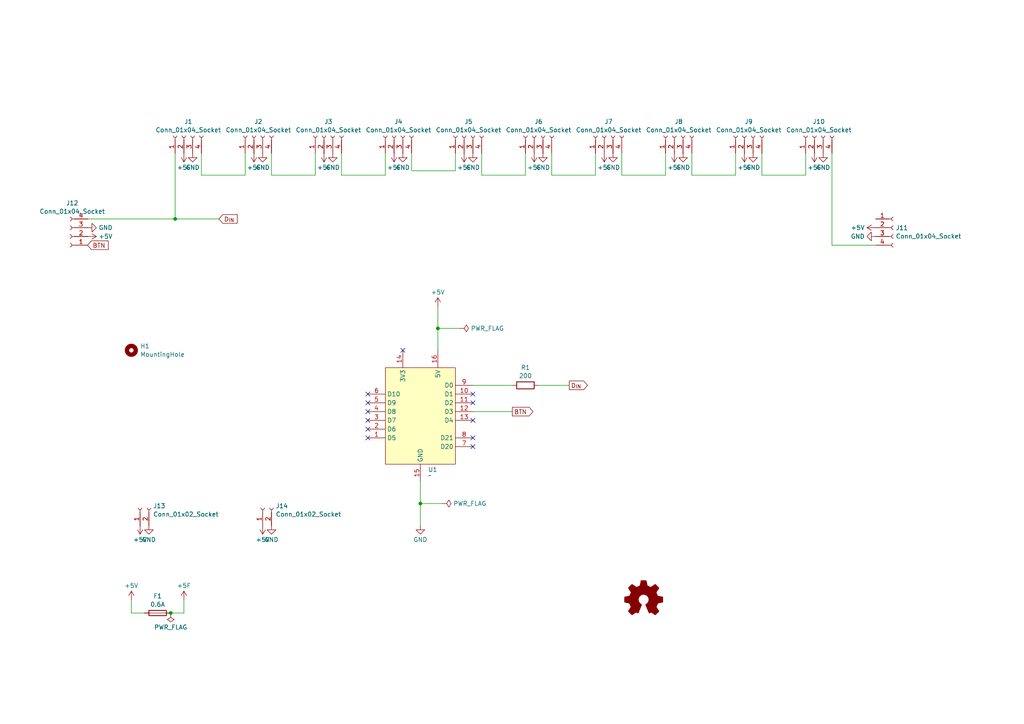
<source format=kicad_sch>
(kicad_sch (version 20231120) (generator "eeschema") (generator_version "8.0")
  (paper "A4")
  (lib_symbols
    (symbol "Connector:Conn_01x02_Socket" (pin_names (offset 1.016) hide)
      (property "Reference" "J" (at 0 2.54 0))
      (property "Value" "Conn_01x02_Socket" (at 0 -5.08 0))
      (symbol "Conn_01x02_Socket_1_1"
        (arc (start 0 -2.032) (mid -0.5058 -2.54) (end 0 -3.048) (stroke (width 0.1524)))
        (polyline (pts (xy -1.27 -2.54) (xy -0.508 -2.54)) (stroke (width 0.1524)))
        (polyline (pts (xy -1.27 0) (xy -0.508 0)) (stroke (width 0.1524)))
        (arc (start 0 0.508) (mid -0.5058 0) (end 0 -0.508) (stroke (width 0.1524)))
        (pin passive line (at -5.08 0 0) (length 3.81) (name "Pin_1") (number "1"))
        (pin passive line (at -5.08 -2.54 0) (length 3.81) (name "Pin_2") (number "2"))
      )
    )
    (symbol "Connector:Conn_01x04_Socket" (pin_names (offset 1.016) hide)
      (property "Reference" "J" (at 0 5.08 0))
      (property "Value" "Conn_01x04_Socket" (at 0 -7.62 0))
      (symbol "Conn_01x04_Socket_1_1"
        (arc (start 0 -4.572) (mid -0.5058 -5.08) (end 0 -5.588) (stroke (width 0.1524)))
        (arc (start 0 -2.032) (mid -0.5058 -2.54) (end 0 -3.048) (stroke (width 0.1524)))
        (polyline (pts (xy -1.27 -5.08) (xy -0.508 -5.08)) (stroke (width 0.1524)))
        (polyline (pts (xy -1.27 -2.54) (xy -0.508 -2.54)) (stroke (width 0.1524)))
        (polyline (pts (xy -1.27 0) (xy -0.508 0)) (stroke (width 0.1524)))
        (polyline (pts (xy -1.27 2.54) (xy -0.508 2.54)) (stroke (width 0.1524)))
        (arc (start 0 0.508) (mid -0.5058 0) (end 0 -0.508) (stroke (width 0.1524)))
        (arc (start 0 3.048) (mid -0.5058 2.54) (end 0 2.032) (stroke (width 0.1524)))
        (pin passive line (at -5.08 2.54 0) (length 3.81) (name "Pin_1") (number "1"))
        (pin passive line (at -5.08 0 0) (length 3.81) (name "Pin_2") (number "2"))
        (pin passive line (at -5.08 -2.54 0) (length 3.81) (name "Pin_3") (number "3"))
        (pin passive line (at -5.08 -5.08 0) (length 3.81) (name "Pin_4") (number "4"))
      )
    )
    (symbol "Device:Fuse" (pin_numbers hide) (pin_names (offset 0))
      (property "Reference" "F" (at 2.032 0 90))
      (property "Value" "Fuse" (at -1.905 0 90))
      (symbol "Fuse_0_1"
        (rectangle (start -0.762 -2.54) (end 0.762 2.54) (stroke (width 0.254)))
        (polyline (pts (xy 0 2.54) (xy 0 -2.54)))
      )
      (symbol "Fuse_1_1"
        (pin passive line (at 0 3.81 270) (length 1.27) (name "~") (number "1"))
        (pin passive line (at 0 -3.81 90) (length 1.27) (name "~") (number "2"))
      )
    )
    (symbol "Device:R" (pin_numbers hide) (pin_names (offset 0))
      (property "Reference" "R" (at 2.032 0 90))
      (property "Value" "R" (at 0 0 90))
      (symbol "R_0_1"
        (rectangle (start -1.016 -2.54) (end 1.016 2.54) (stroke (width 0.254)))
      )
      (symbol "R_1_1"
        (pin passive line (at 0 3.81 270) (length 1.27) (name "~") (number "1"))
        (pin passive line (at 0 -3.81 90) (length 1.27) (name "~") (number "2"))
      )
    )
    (symbol "Graphic:Logo_Open_Hardware_Small" (in_bom no) (on_board no)
      (symbol "Logo_Open_Hardware_Small_0_1"
        (polyline (pts (xy 3.3528 -4.3434) (xy 3.302 -4.318) (xy 3.175 -4.2418) (xy 2.9972 -4.1148) (xy 2.7686 -3.9624) (xy 2.54 -3.81) (xy 2.3622 -3.7084) (xy 2.2352 -3.6068) (xy 2.1844 -3.5814) (xy 2.159 -3.6068) (xy 2.0574 -3.6576) (xy 1.905 -3.7338) (xy 1.8034 -3.7846) (xy 1.6764 -3.8354) (xy 1.6002 -3.8354) (xy 1.6002 -3.8354) (xy 1.5494 -3.7338) (xy 1.4732 -3.5306) (xy 1.3462 -3.302) (xy 1.2446 -3.0226) (xy 1.1176 -2.7178) (xy 0.9652 -2.413) (xy 0.8636 -2.1082) (xy 0.7366 -1.8288) (xy 0.6604 -1.6256) (xy 0.6096 -1.4732) (xy 0.5842 -1.397) (xy 0.5842 -1.397) (xy 0.6604 -1.3208) (xy 0.7874 -1.2446) (xy 1.0414 -1.016) (xy 1.2954 -0.6858) (xy 1.4478 -0.3302) (xy 1.524 0.0762) (xy 1.4732 0.4572) (xy 1.3208 0.8128) (xy 1.0668 1.143) (xy 0.762 1.3716) (xy 0.4064 1.524) (xy 0 1.5748) (xy -0.381 1.5494) (xy -0.7366 1.397) (xy -1.0668 1.143) (xy -1.2192 0.9906) (xy -1.397 0.6604) (xy -1.524 0.3048) (xy -1.524 0.2286) (xy -1.4986 -0.1778) (xy -1.397 -0.5334) (xy -1.1938 -0.8636) (xy -0.9144 -1.143) (xy -0.8636 -1.1684) (xy -0.7366 -1.27) (xy -0.635 -1.3462) (xy -0.5842 -1.397) (xy -1.0668 -2.5908) (xy -1.143 -2.794) (xy -1.2954 -3.1242) (xy -1.397 -3.4036) (xy -1.4986 -3.6322) (xy -1.5748 -3.7846) (xy -1.6002 -3.8354) (xy -1.6002 -3.8354) (xy -1.651 -3.8354) (xy -1.7272 -3.81) (xy -1.905 -3.7338) (xy -2.0066 -3.683) (xy -2.1336 -3.6068) (xy -2.2098 -3.5814) (xy -2.2606 -3.6068) (xy -2.3622 -3.683) (xy -2.54 -3.81) (xy -2.7686 -3.9624) (xy -2.9718 -4.0894) (xy -3.1496 -4.2164) (xy -3.302 -4.318) (xy -3.3528 -4.3434) (xy -3.3782 -4.3434) (xy -3.429 -4.318) (xy -3.5306 -4.2164) (xy -3.7084 -4.064) (xy -3.937 -3.8354) (xy -3.9624 -3.81) (xy -4.1656 -3.6068) (xy -4.318 -3.4544) (xy -4.4196 -3.3274) (xy -4.445 -3.2766) (xy -4.445 -3.2766) (xy -4.4196 -3.2258) (xy -4.318 -3.0734) (xy -4.2164 -2.8956) (xy -4.064 -2.667) (xy -3.6576 -2.0828) (xy -3.8862 -1.5494) (xy -3.937 -1.3716) (xy -4.0386 -1.1684) (xy -4.0894 -1.0414) (xy -4.1148 -0.9652) (xy -4.191 -0.9398) (xy -4.318 -0.9144) (xy -4.5466 -0.8636) (xy -4.8006 -0.8128) (xy -5.0546 -0.7874) (xy -5.2578 -0.7366) (xy -5.4356 -0.7112) (xy -5.5118 -0.6858) (xy -5.5118 -0.6858) (xy -5.5372 -0.635) (xy -5.5372 -0.5588) (xy -5.5372 -0.4318) (xy -5.5626 -0.2286) (xy -5.5626 0.0762) (xy -5.5626 0.127) (xy -5.5372 0.4064) (xy -5.5372 0.635) (xy -5.5372 0.762) (xy -5.5372 0.8382) (xy -5.5372 0.8382) (xy -5.461 0.8382) (xy -5.3086 0.889) (xy -5.08 0.9144) (xy -4.826 0.9652) (xy -4.8006 0.9906) (xy -4.5466 1.0414) (xy -4.318 1.0668) (xy -4.1656 1.1176) (xy -4.0894 1.143) (xy -4.0894 1.143) (xy -4.0386 1.2446) (xy -3.9624 1.4224) (xy -3.8608 1.6256) (xy -3.7846 1.8288) (xy -3.7084 2.0066) (xy -3.6576 2.159) (xy -3.6322 2.2098) (xy -3.6322 2.2098) (xy -3.683 2.286) (xy -3.7592 2.413) (xy -3.8862 2.5908) (xy -4.064 2.8194) (xy -4.064 2.8448) (xy -4.2164 3.0734) (xy -4.3434 3.2512) (xy -4.4196 3.3782) (xy -4.445 3.4544) (xy -4.445 3.4544) (xy -4.3942 3.5052) (xy -4.2926 3.6322) (xy -4.1148 3.81) (xy -3.937 4.0132) (xy -3.8608 4.064) (xy -3.6576 4.2926) (xy -3.5052 4.4196) (xy -3.4036 4.4958) (xy -3.3528 4.5212) (xy -3.3528 4.5212) (xy -3.302 4.4704) (xy -3.1496 4.3688) (xy -2.9718 4.2418) (xy -2.7432 4.0894) (xy -2.7178 4.0894) (xy -2.4892 3.937) (xy -2.3114 3.81) (xy -2.1844 3.7084) (xy -2.1336 3.683) (xy -2.1082 3.683) (xy -2.032 3.7084) (xy -1.8542 3.7592) (xy -1.6764 3.8354) (xy -1.4732 3.937) (xy -1.27 4.0132) (xy -1.143 4.064) (xy -1.0668 4.1148) (xy -1.0668 4.1148) (xy -1.0414 4.191) (xy -1.016 4.3434) (xy -0.9652 4.572) (xy -0.9144 4.8514) (xy -0.889 4.9022) (xy -0.8382 5.1562) (xy -0.8128 5.3848) (xy -0.7874 5.5372) (xy -0.762 5.588) (xy -0.7112 5.6134) (xy -0.5842 5.6134) (xy -0.4064 5.6134) (xy -0.1524 5.6134) (xy 0.0762 5.6134) (xy 0.3302 5.6134) (xy 0.5334 5.6134) (xy 0.6858 5.588) (xy 0.7366 5.588) (xy 0.7366 5.588) (xy 0.762 5.5118) (xy 0.8128 5.334) (xy 0.8382 5.1054) (xy 0.9144 4.826) (xy 0.9144 4.7752) (xy 0.9652 4.5212) (xy 1.016 4.2926) (xy 1.0414 4.1402) (xy 1.0668 4.0894) (xy 1.0668 4.0894) (xy 1.1938 4.0386) (xy 1.3716 3.9624) (xy 1.5748 3.8608) (xy 2.0828 3.6576) (xy 2.7178 4.0894) (xy 2.7686 4.1402) (xy 2.9972 4.2926) (xy 3.175 4.4196) (xy 3.302 4.4958) (xy 3.3782 4.5212) (xy 3.3782 4.5212) (xy 3.429 4.4704) (xy 3.556 4.3434) (xy 3.7338 4.191) (xy 3.9116 3.9878) (xy 4.064 3.8354) (xy 4.2418 3.6576) (xy 4.3434 3.556) (xy 4.4196 3.4798) (xy 4.4196 3.429) (xy 4.4196 3.4036) (xy 4.3942 3.3274) (xy 4.2926 3.2004) (xy 4.1656 2.9972) (xy 4.0132 2.794) (xy 3.8862 2.5908) (xy 3.7592 2.3876) (xy 3.6576 2.2352) (xy 3.6322 2.159) (xy 3.6322 2.1336) (xy 3.683 2.0066) (xy 3.7592 1.8288) (xy 3.8608 1.6002) (xy 4.064 1.1176) (xy 4.3942 1.0414) (xy 4.5974 1.016) (xy 4.8768 0.9652) (xy 5.1308 0.9144) (xy 5.5372 0.8382) (xy 5.5626 -0.6604) (xy 5.4864 -0.6858) (xy 5.4356 -0.6858) (xy 5.2832 -0.7366) (xy 5.0546 -0.762) (xy 4.8006 -0.8128) (xy 4.5974 -0.8636) (xy 4.3688 -0.9144) (xy 4.2164 -0.9398) (xy 4.1402 -0.9398) (xy 4.1148 -0.9652) (xy 4.064 -1.0668) (xy 3.9878 -1.2446) (xy 3.9116 -1.4478) (xy 3.81 -1.651) (xy 3.7338 -1.8542) (xy 3.683 -2.0066) (xy 3.6576 -2.0828) (xy 3.683 -2.1336) (xy 3.7846 -2.2606) (xy 3.8862 -2.4638) (xy 4.0386 -2.667) (xy 4.191 -2.8956) (xy 4.318 -3.0734) (xy 4.3942 -3.2004) (xy 4.445 -3.2766) (xy 4.4196 -3.3274) (xy 4.3434 -3.429) (xy 4.1656 -3.5814) (xy 3.937 -3.8354) (xy 3.8862 -3.8608) (xy 3.683 -4.064) (xy 3.5306 -4.2164) (xy 3.4036 -4.318) (xy 3.3528 -4.3434)) (fill (type outline)))
      )
    )
    (symbol "Mechanical:MountingHole" (pin_names (offset 1.016)) (exclude_from_sim yes) (in_bom no)
      (property "Reference" "H" (at 0 5.08 0))
      (property "Value" "MountingHole" (at 0 3.175 0))
      (symbol "MountingHole_0_1"
        (circle (center 0 0) (radius 1.27) (stroke (width 1.27)))
      )
    )
    (symbol "ledpcb:ESP32C3"
      (property "Reference" "U" (at -1.27 -1.27 0))
      (symbol "ESP32C3_1_1"
        (rectangle (start 0 27.94) (end 20.32 0) (fill (type background)))
        (pin bidirectional line (at -5.08 7.62 0) (length 5.08) (name "D5") (number "1"))
        (pin bidirectional line (at 25.4 20.32 180) (length 5.08) (name "D1") (number "10"))
        (pin bidirectional line (at 25.4 17.78 180) (length 5.08) (name "D2") (number "11"))
        (pin bidirectional line (at 25.4 15.24 180) (length 5.08) (name "D3") (number "12"))
        (pin bidirectional line (at 25.4 12.7 180) (length 5.08) (name "D4") (number "13"))
        (pin bidirectional line (at 5.08 33.02 270) (length 5.08) (name "3V3") (number "14"))
        (pin bidirectional line (at 10.16 -5.08 90) (length 5.08) (name "GND") (number "15"))
        (pin bidirectional line (at 15.24 33.02 270) (length 5.08) (name "5V") (number "16"))
        (pin bidirectional line (at -5.08 10.16 0) (length 5.08) (name "D6") (number "2"))
        (pin bidirectional line (at -5.08 12.7 0) (length 5.08) (name "D7") (number "3"))
        (pin bidirectional line (at -5.08 15.24 0) (length 5.08) (name "D8") (number "4"))
        (pin bidirectional line (at -5.08 17.78 0) (length 5.08) (name "D9") (number "5"))
        (pin bidirectional line (at -5.08 20.32 0) (length 5.08) (name "D10") (number "6"))
        (pin bidirectional line (at 25.4 5.08 180) (length 5.08) (name "D20") (number "7"))
        (pin bidirectional line (at 25.4 7.62 180) (length 5.08) (name "D21") (number "8"))
        (pin bidirectional line (at 25.4 22.86 180) (length 5.08) (name "D0") (number "9"))
      )
    )
    (symbol "power:+5F" (power) (pin_numbers hide) (pin_names (offset 0) hide)
      (property "Value" "+5F" (at 0 3.556 0))
      (symbol "+5F_0_1"
        (polyline (pts (xy -0.762 1.27) (xy 0 2.54)))
        (polyline (pts (xy 0 0) (xy 0 2.54)))
        (polyline (pts (xy 0 2.54) (xy 0.762 1.27)))
      )
      (symbol "+5F_1_1"
        (pin power_in line (at 0 0 90) (length 0) (name "~") (number "1"))
      )
    )
    (symbol "power:+5V" (power) (pin_numbers hide) (pin_names (offset 0) hide)
      (property "Value" "+5V" (at 0 3.556 0))
      (symbol "+5V_0_1"
        (polyline (pts (xy -0.762 1.27) (xy 0 2.54)))
        (polyline (pts (xy 0 0) (xy 0 2.54)))
        (polyline (pts (xy 0 2.54) (xy 0.762 1.27)))
      )
      (symbol "+5V_1_1"
        (pin power_in line (at 0 0 90) (length 0) (name "~") (number "1"))
      )
    )
    (symbol "power:GND" (power) (pin_numbers hide) (pin_names (offset 0) hide)
      (property "Value" "GND" (at 0 -3.81 0))
      (symbol "GND_0_1"
        (polyline (pts (xy 0 0) (xy 0 -1.27) (xy 1.27 -1.27) (xy 0 -2.54) (xy -1.27 -1.27) (xy 0 -1.27)))
      )
      (symbol "GND_1_1"
        (pin power_in line (at 0 0 270) (length 0) (name "~") (number "1"))
      )
    )
    (symbol "power:PWR_FLAG" (power) (pin_numbers hide) (pin_names (offset 0) hide)
      (property "Value" "PWR_FLAG" (at 0 3.81 0))
      (symbol "PWR_FLAG_0_0"
        (pin power_out line (at 0 0 90) (length 0) (name "~") (number "1"))
      )
      (symbol "PWR_FLAG_0_1"
        (polyline (pts (xy 0 0) (xy 0 1.27) (xy -1.016 1.905) (xy 0 2.54) (xy 1.016 1.905) (xy 0 1.27)))
      )
    )
  )
  (junction (at 127 95.25))
  (junction (at 49.53 177.8))
  (junction (at 121.92 146.05))
  (junction (at 50.8 63.5))
  (no_connect (at 106.68 116.84))
  (no_connect (at 116.84 101.6))
  (no_connect (at 137.16 121.92))
  (no_connect (at 106.68 119.38))
  (no_connect (at 106.68 121.92))
  (no_connect (at 137.16 116.84))
  (no_connect (at 137.16 114.3))
  (no_connect (at 106.68 114.3))
  (no_connect (at 106.68 127))
  (no_connect (at 106.68 124.46))
  (no_connect (at 137.16 129.54))
  (no_connect (at 137.16 127))
  (wire (pts (xy 53.34 177.8) (xy 49.53 177.8)))
  (wire (pts (xy 58.42 44.45) (xy 58.42 50.8)))
  (wire (pts (xy 38.1 177.8) (xy 41.91 177.8)))
  (wire (pts (xy 121.92 146.05) (xy 128.27 146.05)))
  (wire (pts (xy 200.66 44.45) (xy 200.66 50.8)))
  (wire (pts (xy 180.34 44.45) (xy 180.34 50.8)))
  (wire (pts (xy 111.76 50.8) (xy 111.76 44.45)))
  (wire (pts (xy 172.72 50.8) (xy 172.72 44.45)))
  (wire (pts (xy 127 95.25) (xy 133.35 95.25)))
  (wire (pts (xy 127 95.25) (xy 127 101.6)))
  (wire (pts (xy 241.3 44.45) (xy 241.3 71.12)))
  (wire (pts (xy 160.02 50.8) (xy 172.72 50.8)))
  (wire (pts (xy 50.8 63.5) (xy 63.5 63.5)))
  (wire (pts (xy 220.98 44.45) (xy 220.98 50.8)))
  (wire (pts (xy 38.1 173.99) (xy 38.1 177.8)))
  (wire (pts (xy 78.74 44.45) (xy 78.74 50.8)))
  (wire (pts (xy 127 88.9) (xy 127 95.25)))
  (wire (pts (xy 78.74 50.8) (xy 91.44 50.8)))
  (wire (pts (xy 71.12 50.8) (xy 71.12 44.45)))
  (wire (pts (xy 58.42 50.8) (xy 71.12 50.8)))
  (wire (pts (xy 241.3 71.12) (xy 254 71.12)))
  (wire (pts (xy 50.8 44.45) (xy 50.8 63.5)))
  (wire (pts (xy 213.36 50.8) (xy 213.36 44.45)))
  (wire (pts (xy 233.68 50.8) (xy 233.68 44.45)))
  (wire (pts (xy 99.06 44.45) (xy 99.06 50.8)))
  (wire (pts (xy 25.4 63.5) (xy 50.8 63.5)))
  (wire (pts (xy 152.4 50.8) (xy 152.4 44.45)))
  (wire (pts (xy 139.7 44.45) (xy 139.7 50.8)))
  (wire (pts (xy 91.44 50.8) (xy 91.44 44.45)))
  (wire (pts (xy 137.16 119.38) (xy 148.59 119.38)))
  (wire (pts (xy 160.02 44.45) (xy 160.02 50.8)))
  (wire (pts (xy 139.7 50.8) (xy 152.4 50.8)))
  (wire (pts (xy 53.34 173.99) (xy 53.34 177.8)))
  (wire (pts (xy 121.92 139.7) (xy 121.92 146.05)))
  (wire (pts (xy 119.38 44.45) (xy 119.38 49.53)))
  (wire (pts (xy 119.38 49.53) (xy 132.08 49.53)))
  (wire (pts (xy 156.21 111.76) (xy 165.1 111.76)))
  (wire (pts (xy 121.92 146.05) (xy 121.92 152.4)))
  (wire (pts (xy 137.16 111.76) (xy 148.59 111.76)))
  (wire (pts (xy 200.66 50.8) (xy 213.36 50.8)))
  (wire (pts (xy 99.06 50.8) (xy 111.76 50.8)))
  (wire (pts (xy 132.08 49.53) (xy 132.08 44.45)))
  (wire (pts (xy 220.98 50.8) (xy 233.68 50.8)))
  (wire (pts (xy 180.34 50.8) (xy 193.04 50.8)))
  (wire (pts (xy 193.04 50.8) (xy 193.04 44.45)))
  (global_label "BTN" (shape input) (at 25.4 71.12 0) (property "Intersheetrefs" "${INTERSHEET_REFS}" (effects (hide yes))))
  (global_label "D_{IN}" (shape output) (at 165.1 111.76 0) (property "Intersheetrefs" "${INTERSHEET_REFS}" (effects (hide yes))))
  (global_label "BTN" (shape output) (at 148.59 119.38 0) (property "Intersheetrefs" "${INTERSHEET_REFS}" (effects (hide yes))))
  (global_label "D_{IN}" (shape input) (at 63.5 63.5 0) (property "Intersheetrefs" "${INTERSHEET_REFS}" (effects (hide yes))))
  (symbol (lib_id "power:+5V") (at 25.4 68.58 270) (unit 1)
    (property "Reference" "#PWR013" (effects (hide yes)))
    (property "Value" "+5V" (at 28.575 68.58 90) (effects (justify left)))
    (property "Description" "Power symbol creates a global label with name \"+5V\"" (effects (hide yes)))
  )
  (symbol (lib_id "power:GND") (at 25.4 66.04 90) (unit 1)
    (property "Reference" "#PWR012" (effects (hide yes)))
    (property "Value" "GND" (at 28.575 66.04 90) (effects (justify right)))
    (property "Description" "Power symbol creates a global label with name \"GND\" , ground" (effects (hide yes)))
  )
  (symbol (lib_id "power:PWR_FLAG") (at 49.53 177.8 180) (unit 1)
    (property "Reference" "#FLG01" (effects (hide yes)))
    (property "Value" "PWR_FLAG" (at 49.53 181.9331 0))
    (property "Description" "Special symbol for telling ERC where power comes from" (effects (hide yes)))
  )
  (symbol (lib_id "power:GND") (at 76.2 44.45 0) (unit 1)
    (property "Reference" "#PWR02" (effects (hide yes)))
    (property "Value" "GND" (at 76.2 48.5831 0))
    (property "Description" "Power symbol creates a global label with name \"GND\" , ground" (effects (hide yes)))
  )
  (symbol (lib_id "power:+5F") (at 53.34 173.99 0) (unit 1)
    (property "Reference" "#PWR025" (effects (hide yes)))
    (property "Value" "+5F" (at 53.34 169.8569 0))
    (property "Description" "Power symbol creates a global label with name \"+5F\"" (effects (hide yes)))
  )
  (symbol (lib_id "Connector:Conn_01x04_Socket") (at 259.08 66.04 0) (unit 1)
    (property "Reference" "J11" (at 259.7912 66.0978 0) (effects (justify left)))
    (property "Value" "Conn_01x04_Socket" (at 259.7912 68.5221 0) (effects (justify left)))
    (property "Footprint" "Connector_JST:JST_ZH_B4B-ZR_1x04_P1.50mm_Vertical" (effects (hide yes)))
    (property "Datasheet" "C22362446" (effects (hide yes)))
    (property "Description" "Generic connector, single row, 01x04, script generated" (effects (hide yes)))
  )
  (symbol (lib_id "power:GND") (at 96.52 44.45 0) (unit 1)
    (property "Reference" "#PWR03" (effects (hide yes)))
    (property "Value" "GND" (at 96.52 48.5831 0))
    (property "Description" "Power symbol creates a global label with name \"GND\" , ground" (effects (hide yes)))
  )
  (symbol (lib_id "Connector:Conn_01x02_Socket") (at 40.64 147.32 90) (unit 1)
    (property "Reference" "J13" (at 44.3992 146.7428 90) (effects (justify right)))
    (property "Value" "Conn_01x02_Socket" (at 44.3992 149.1671 90) (effects (justify right)))
    (property "Footprint" "Connector_JST:JST_ZH_B2B-ZR_1x02_P1.50mm_Vertical" (effects (hide yes)))
    (property "Datasheet" "C22362444" (effects (hide yes)))
    (property "Description" "Generic connector, single row, 01x02, script generated" (effects (hide yes)))
  )
  (symbol (lib_id "power:+5F") (at 215.9 44.45 180) (unit 1)
    (property "Reference" "#PWR022" (effects (hide yes)))
    (property "Value" "+5F" (at 215.9 48.5831 0))
    (property "Description" "Power symbol creates a global label with name \"+5F\"" (effects (hide yes)))
  )
  (symbol (lib_id "power:+5V") (at 38.1 173.99 0) (unit 1)
    (property "Reference" "#PWR026" (effects (hide yes)))
    (property "Value" "+5V" (at 38.1 169.8569 0))
    (property "Description" "Power symbol creates a global label with name \"+5V\"" (effects (hide yes)))
  )
  (symbol (lib_id "ledpcb:ESP32C3") (at 111.76 134.62 0) (unit 1)
    (property "Reference" "U1" (at 124.1141 136.2131 0) (effects (justify left)))
    (property "Value" "~" (at 124.1141 137.8945 0) (effects (justify left)))
    (property "Footprint" "ledbcp:ESP32C3" (effects (hide yes)))
  )
  (symbol (lib_id "power:+5F") (at 53.34 44.45 180) (unit 1)
    (property "Reference" "#PWR014" (effects (hide yes)))
    (property "Value" "+5F" (at 53.34 48.5831 0))
    (property "Description" "Power symbol creates a global label with name \"+5F\"" (effects (hide yes)))
  )
  (symbol (lib_id "Connector:Conn_01x02_Socket") (at 76.2 147.32 90) (unit 1)
    (property "Reference" "J14" (at 79.9592 146.7428 90) (effects (justify right)))
    (property "Value" "Conn_01x02_Socket" (at 79.9592 149.1671 90) (effects (justify right)))
    (property "Footprint" "Connector_JST:JST_ZH_B2B-ZR_1x02_P1.50mm_Vertical" (effects (hide yes)))
    (property "Datasheet" "C22362444" (effects (hide yes)))
    (property "Description" "Generic connector, single row, 01x02, script generated" (effects (hide yes)))
  )
  (symbol (lib_id "Connector:Conn_01x04_Socket") (at 154.94 39.37 90) (unit 1)
    (property "Reference" "J6" (at 156.21 35.2763 90))
    (property "Value" "Conn_01x04_Socket" (at 156.21 37.7006 90))
    (property "Footprint" "Connector_JST:JST_ZH_B4B-ZR_1x04_P1.50mm_Vertical" (effects (hide yes)))
    (property "Datasheet" "C22362446" (effects (hide yes)))
    (property "Description" "Generic connector, single row, 01x04, script generated" (effects (hide yes)))
  )
  (symbol (lib_id "power:+5V") (at 40.64 152.4 180) (unit 1)
    (property "Reference" "#PWR029" (effects (hide yes)))
    (property "Value" "+5V" (at 40.64 156.5331 0))
    (property "Description" "Power symbol creates a global label with name \"+5V\"" (effects (hide yes)))
  )
  (symbol (lib_id "Connector:Conn_01x04_Socket") (at 93.98 39.37 90) (unit 1)
    (property "Reference" "J3" (at 95.25 35.2763 90))
    (property "Value" "Conn_01x04_Socket" (at 95.25 37.7006 90))
    (property "Footprint" "Connector_JST:JST_ZH_B4B-ZR_1x04_P1.50mm_Vertical" (effects (hide yes)))
    (property "Datasheet" "C22362446" (effects (hide yes)))
    (property "Description" "Generic connector, single row, 01x04, script generated" (effects (hide yes)))
  )
  (symbol (lib_id "power:+5F") (at 93.98 44.45 180) (unit 1)
    (property "Reference" "#PWR016" (effects (hide yes)))
    (property "Value" "+5F" (at 93.98 48.5831 0))
    (property "Description" "Power symbol creates a global label with name \"+5F\"" (effects (hide yes)))
  )
  (symbol (lib_id "Device:R") (at 152.4 111.76 90) (unit 1)
    (property "Reference" "R1" (at 152.4 106.5995 90))
    (property "Value" "200" (at 152.4 109.0238 90))
    (property "Footprint" "Resistor_SMD:R_0603_1608Metric" (effects (hide yes)))
    (property "Description" "Resistor" (effects (hide yes)))
    (property "LCSC" "C186377" (effects (hide yes)))
  )
  (symbol (lib_id "power:+5F") (at 175.26 44.45 180) (unit 1)
    (property "Reference" "#PWR020" (effects (hide yes)))
    (property "Value" "+5F" (at 175.26 48.5831 0))
    (property "Description" "Power symbol creates a global label with name \"+5F\"" (effects (hide yes)))
  )
  (symbol (lib_id "power:GND") (at 157.48 44.45 0) (unit 1)
    (property "Reference" "#PWR06" (effects (hide yes)))
    (property "Value" "GND" (at 157.48 48.5831 0))
    (property "Description" "Power symbol creates a global label with name \"GND\" , ground" (effects (hide yes)))
  )
  (symbol (lib_id "power:GND") (at 121.92 152.4 0) (unit 1)
    (property "Reference" "#PWR028" (effects (hide yes)))
    (property "Value" "GND" (at 121.92 156.5331 0))
    (property "Description" "Power symbol creates a global label with name \"GND\" , ground" (effects (hide yes)))
  )
  (symbol (lib_id "Connector:Conn_01x04_Socket") (at 175.26 39.37 90) (unit 1)
    (property "Reference" "J7" (at 176.53 35.2763 90))
    (property "Value" "Conn_01x04_Socket" (at 176.53 37.7006 90))
    (property "Footprint" "Connector_JST:JST_ZH_B4B-ZR_1x04_P1.50mm_Vertical" (effects (hide yes)))
    (property "Datasheet" "C22362446" (effects (hide yes)))
    (property "Description" "Generic connector, single row, 01x04, script generated" (effects (hide yes)))
  )
  (symbol (lib_id "Connector:Conn_01x04_Socket") (at 195.58 39.37 90) (unit 1)
    (property "Reference" "J8" (at 196.85 35.2763 90))
    (property "Value" "Conn_01x04_Socket" (at 196.85 37.7006 90))
    (property "Footprint" "Connector_JST:JST_ZH_B4B-ZR_1x04_P1.50mm_Vertical" (effects (hide yes)))
    (property "Datasheet" "C22362446" (effects (hide yes)))
    (property "Description" "Generic connector, single row, 01x04, script generated" (effects (hide yes)))
  )
  (symbol (lib_id "power:GND") (at 43.18 152.4 0) (unit 1)
    (property "Reference" "#PWR030" (effects (hide yes)))
    (property "Value" "GND" (at 43.18 156.5331 0))
    (property "Description" "Power symbol creates a global label with name \"GND\" , ground" (effects (hide yes)))
  )
  (symbol (lib_id "power:+5F") (at 154.94 44.45 180) (unit 1)
    (property "Reference" "#PWR019" (effects (hide yes)))
    (property "Value" "+5F" (at 154.94 48.5831 0))
    (property "Description" "Power symbol creates a global label with name \"+5F\"" (effects (hide yes)))
  )
  (symbol (lib_id "power:+5V") (at 127 88.9 0) (unit 1)
    (property "Reference" "#PWR027" (effects (hide yes)))
    (property "Value" "+5V" (at 127 84.7669 0))
    (property "Description" "Power symbol creates a global label with name \"+5V\"" (effects (hide yes)))
  )
  (symbol (lib_id "Connector:Conn_01x04_Socket") (at 114.3 39.37 90) (unit 1)
    (property "Reference" "J4" (at 115.57 35.2763 90))
    (property "Value" "Conn_01x04_Socket" (at 115.57 37.7006 90))
    (property "Footprint" "Connector_JST:JST_ZH_B4B-ZR_1x04_P1.50mm_Vertical" (effects (hide yes)))
    (property "Datasheet" "C22362446" (effects (hide yes)))
    (property "Description" "Generic connector, single row, 01x04, script generated" (effects (hide yes)))
  )
  (symbol (lib_id "power:+5V") (at 76.2 152.4 180) (unit 1)
    (property "Reference" "#PWR031" (effects (hide yes)))
    (property "Value" "+5V" (at 76.2 156.5331 0))
    (property "Description" "Power symbol creates a global label with name \"+5V\"" (effects (hide yes)))
  )
  (symbol (lib_id "power:+5F") (at 73.66 44.45 180) (unit 1)
    (property "Reference" "#PWR015" (effects (hide yes)))
    (property "Value" "+5F" (at 73.66 48.5831 0))
    (property "Description" "Power symbol creates a global label with name \"+5F\"" (effects (hide yes)))
  )
  (symbol (lib_id "power:GND") (at 198.12 44.45 0) (unit 1)
    (property "Reference" "#PWR08" (effects (hide yes)))
    (property "Value" "GND" (at 198.12 48.5831 0))
    (property "Description" "Power symbol creates a global label with name \"GND\" , ground" (effects (hide yes)))
  )
  (symbol (lib_id "power:+5F") (at 114.3 44.45 180) (unit 1)
    (property "Reference" "#PWR017" (effects (hide yes)))
    (property "Value" "+5F" (at 114.3 48.5831 0))
    (property "Description" "Power symbol creates a global label with name \"+5F\"" (effects (hide yes)))
  )
  (symbol (lib_id "power:GND") (at 116.84 44.45 0) (unit 1)
    (property "Reference" "#PWR04" (effects (hide yes)))
    (property "Value" "GND" (at 116.84 48.5831 0))
    (property "Description" "Power symbol creates a global label with name \"GND\" , ground" (effects (hide yes)))
  )
  (symbol (lib_id "Connector:Conn_01x04_Socket") (at 53.34 39.37 90) (unit 1)
    (property "Reference" "J1" (at 54.61 35.2763 90))
    (property "Value" "Conn_01x04_Socket" (at 54.61 37.7006 90))
    (property "Footprint" "Connector_JST:JST_ZH_B4B-ZR_1x04_P1.50mm_Vertical" (effects (hide yes)))
    (property "Datasheet" "C22362446" (effects (hide yes)))
    (property "Description" "Generic connector, single row, 01x04, script generated" (effects (hide yes)))
  )
  (symbol (lib_id "power:+5F") (at 195.58 44.45 180) (unit 1)
    (property "Reference" "#PWR021" (effects (hide yes)))
    (property "Value" "+5F" (at 195.58 48.5831 0))
    (property "Description" "Power symbol creates a global label with name \"+5F\"" (effects (hide yes)))
  )
  (symbol (lib_id "Device:Fuse") (at 45.72 177.8 90) (unit 1)
    (property "Reference" "F1" (at 45.72 172.8935 90))
    (property "Value" "0.6A" (at 45.72 175.3178 90))
    (property "Footprint" "Fuse:Fuse_1206_3216Metric" (effects (hide yes)))
    (property "Description" "Fuse" (effects (hide yes)))
    (property "LCSC" "C187594" (effects (hide yes)))
  )
  (symbol (lib_id "Connector:Conn_01x04_Socket") (at 73.66 39.37 90) (unit 1)
    (property "Reference" "J2" (at 74.93 35.2763 90))
    (property "Value" "Conn_01x04_Socket" (at 74.93 37.7006 90))
    (property "Footprint" "Connector_JST:JST_ZH_B4B-ZR_1x04_P1.50mm_Vertical" (effects (hide yes)))
    (property "Datasheet" "C22362446" (effects (hide yes)))
    (property "Description" "Generic connector, single row, 01x04, script generated" (effects (hide yes)))
  )
  (symbol (lib_id "power:+5F") (at 236.22 44.45 180) (unit 1)
    (property "Reference" "#PWR023" (effects (hide yes)))
    (property "Value" "+5F" (at 236.22 48.5831 0))
    (property "Description" "Power symbol creates a global label with name \"+5F\"" (effects (hide yes)))
  )
  (symbol (lib_id "power:GND") (at 254 68.58 270) (unit 1)
    (property "Reference" "#PWR011" (effects (hide yes)))
    (property "Value" "GND" (at 250.8251 68.58 90) (effects (justify right)))
    (property "Description" "Power symbol creates a global label with name \"GND\" , ground" (effects (hide yes)))
  )
  (symbol (lib_id "power:PWR_FLAG") (at 133.35 95.25 270) (unit 1)
    (property "Reference" "#FLG02" (effects (hide yes)))
    (property "Value" "PWR_FLAG" (at 136.525 95.25 90) (effects (justify left)))
    (property "Description" "Special symbol for telling ERC where power comes from" (effects (hide yes)))
  )
  (symbol (lib_id "Mechanical:MountingHole") (at 38.1 101.6 0) (unit 1) (exclude_from_sim yes) (in_bom no)
    (property "Reference" "H1" (at 40.64 100.3878 0) (effects (justify left)))
    (property "Value" "MountingHole" (at 40.64 102.8121 0) (effects (justify left)))
    (property "Footprint" "MountingHole:MountingHole_3.2mm_M3" (effects (hide yes)))
    (property "Description" "Mounting Hole without connection" (effects (hide yes)))
  )
  (symbol (lib_id "power:GND") (at 177.8 44.45 0) (unit 1)
    (property "Reference" "#PWR07" (effects (hide yes)))
    (property "Value" "GND" (at 177.8 48.5831 0))
    (property "Description" "Power symbol creates a global label with name \"GND\" , ground" (effects (hide yes)))
  )
  (symbol (lib_id "Connector:Conn_01x04_Socket") (at 134.62 39.37 90) (unit 1)
    (property "Reference" "J5" (at 135.89 35.2763 90))
    (property "Value" "Conn_01x04_Socket" (at 135.89 37.7006 90))
    (property "Footprint" "Connector_JST:JST_ZH_B4B-ZR_1x04_P1.50mm_Vertical" (effects (hide yes)))
    (property "Datasheet" "C22362446" (effects (hide yes)))
    (property "Description" "Generic connector, single row, 01x04, script generated" (effects (hide yes)))
  )
  (symbol (lib_id "power:PWR_FLAG") (at 128.27 146.05 270) (unit 1)
    (property "Reference" "#FLG03" (effects (hide yes)))
    (property "Value" "PWR_FLAG" (at 131.445 146.05 90) (effects (justify left)))
    (property "Description" "Special symbol for telling ERC where power comes from" (effects (hide yes)))
  )
  (symbol (lib_id "power:GND") (at 238.76 44.45 0) (unit 1)
    (property "Reference" "#PWR010" (effects (hide yes)))
    (property "Value" "GND" (at 238.76 48.5831 0))
    (property "Description" "Power symbol creates a global label with name \"GND\" , ground" (effects (hide yes)))
  )
  (symbol (lib_id "Connector:Conn_01x04_Socket") (at 236.22 39.37 90) (unit 1)
    (property "Reference" "J10" (at 237.49 35.2763 90))
    (property "Value" "Conn_01x04_Socket" (at 237.49 37.7006 90))
    (property "Footprint" "Connector_JST:JST_ZH_B4B-ZR_1x04_P1.50mm_Vertical" (effects (hide yes)))
    (property "Datasheet" "C22362446" (effects (hide yes)))
    (property "Description" "Generic connector, single row, 01x04, script generated" (effects (hide yes)))
  )
  (symbol (lib_id "power:+5V") (at 254 66.04 90) (unit 1)
    (property "Reference" "#PWR024" (effects (hide yes)))
    (property "Value" "+5V" (at 250.8251 66.04 90) (effects (justify left)))
    (property "Description" "Power symbol creates a global label with name \"+5V\"" (effects (hide yes)))
  )
  (symbol (lib_id "Connector:Conn_01x04_Socket") (at 20.32 68.58 180) (unit 1)
    (property "Reference" "J12" (at 20.955 58.8983 0))
    (property "Value" "Conn_01x04_Socket" (at 20.955 61.3226 0))
    (property "Footprint" "Connector_JST:JST_ZH_B4B-ZR_1x04_P1.50mm_Vertical" (effects (hide yes)))
    (property "Datasheet" "C22362446" (effects (hide yes)))
    (property "Description" "Generic connector, single row, 01x04, script generated" (effects (hide yes)))
    (property "LCSC" "C22362446" (effects (hide yes)))
  )
  (symbol (lib_id "power:GND") (at 78.74 152.4 0) (unit 1)
    (property "Reference" "#PWR032" (effects (hide yes)))
    (property "Value" "GND" (at 78.74 156.5331 0))
    (property "Description" "Power symbol creates a global label with name \"GND\" , ground" (effects (hide yes)))
  )
  (symbol (lib_id "Graphic:Logo_Open_Hardware_Small") (at 186.69 173.99 0) (unit 1) (exclude_from_sim yes) (in_bom no)
    (property "Reference" "#SYM1" (effects (hide yes)))
    (property "Value" "Logo_Open_Hardware_Small" (effects (hide yes)))
    (property "Footprint" "Symbol:OSHW-Logo2_7.3x6mm_SilkScreen" (effects (hide yes)))
    (property "Description" "Open Hardware logo, small" (effects (hide yes)))
  )
  (symbol (lib_id "power:GND") (at 137.16 44.45 0) (unit 1)
    (property "Reference" "#PWR05" (effects (hide yes)))
    (property "Value" "GND" (at 137.16 48.5831 0))
    (property "Description" "Power symbol creates a global label with name \"GND\" , ground" (effects (hide yes)))
  )
  (symbol (lib_id "power:+5F") (at 134.62 44.45 180) (unit 1)
    (property "Reference" "#PWR018" (effects (hide yes)))
    (property "Value" "+5F" (at 134.62 48.5831 0))
    (property "Description" "Power symbol creates a global label with name \"+5F\"" (effects (hide yes)))
  )
  (symbol (lib_id "power:GND") (at 55.88 44.45 0) (unit 1)
    (property "Reference" "#PWR01" (effects (hide yes)))
    (property "Value" "GND" (at 55.88 48.5831 0))
    (property "Description" "Power symbol creates a global label with name \"GND\" , ground" (effects (hide yes)))
  )
  (symbol (lib_id "power:GND") (at 218.44 44.45 0) (unit 1)
    (property "Reference" "#PWR09" (effects (hide yes)))
    (property "Value" "GND" (at 218.44 48.5831 0))
    (property "Description" "Power symbol creates a global label with name \"GND\" , ground" (effects (hide yes)))
  )
  (symbol (lib_id "Connector:Conn_01x04_Socket") (at 215.9 39.37 90) (unit 1)
    (property "Reference" "J9" (at 217.17 35.2763 90))
    (property "Value" "Conn_01x04_Socket" (at 217.17 37.7006 90))
    (property "Footprint" "Connector_JST:JST_ZH_B4B-ZR_1x04_P1.50mm_Vertical" (effects (hide yes)))
    (property "Datasheet" "C22362446" (effects (hide yes)))
    (property "Description" "Generic connector, single row, 01x04, script generated" (effects (hide yes)))
  )
)
</source>
